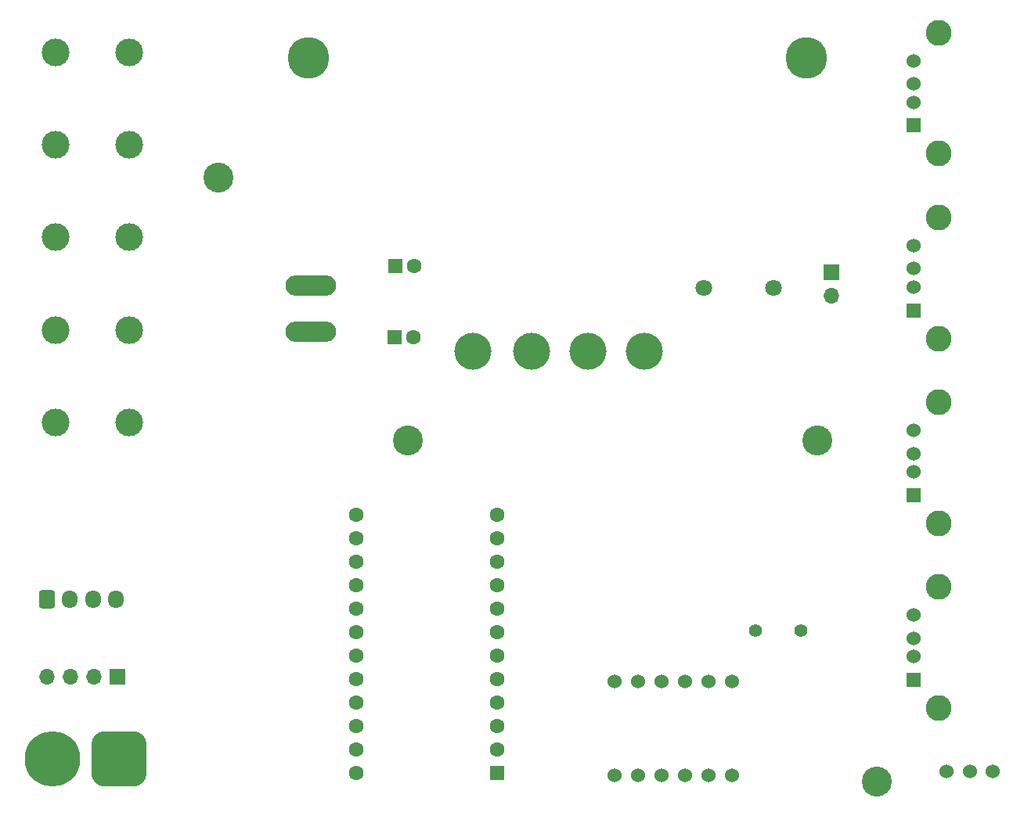
<source format=gbr>
%TF.GenerationSoftware,KiCad,Pcbnew,6.0.9-8da3e8f707~117~ubuntu20.04.1*%
%TF.CreationDate,2023-02-11T13:52:53-08:00*%
%TF.ProjectId,PDB,5044422e-6b69-4636-9164-5f7063625858,rev?*%
%TF.SameCoordinates,Original*%
%TF.FileFunction,Soldermask,Bot*%
%TF.FilePolarity,Negative*%
%FSLAX46Y46*%
G04 Gerber Fmt 4.6, Leading zero omitted, Abs format (unit mm)*
G04 Created by KiCad (PCBNEW 6.0.9-8da3e8f707~117~ubuntu20.04.1) date 2023-02-11 13:52:53*
%MOMM*%
%LPD*%
G01*
G04 APERTURE LIST*
G04 Aperture macros list*
%AMRoundRect*
0 Rectangle with rounded corners*
0 $1 Rounding radius*
0 $2 $3 $4 $5 $6 $7 $8 $9 X,Y pos of 4 corners*
0 Add a 4 corners polygon primitive as box body*
4,1,4,$2,$3,$4,$5,$6,$7,$8,$9,$2,$3,0*
0 Add four circle primitives for the rounded corners*
1,1,$1+$1,$2,$3*
1,1,$1+$1,$4,$5*
1,1,$1+$1,$6,$7*
1,1,$1+$1,$8,$9*
0 Add four rect primitives between the rounded corners*
20,1,$1+$1,$2,$3,$4,$5,0*
20,1,$1+$1,$4,$5,$6,$7,0*
20,1,$1+$1,$6,$7,$8,$9,0*
20,1,$1+$1,$8,$9,$2,$3,0*%
G04 Aperture macros list end*
%ADD10R,1.600000X1.600000*%
%ADD11C,1.600000*%
%ADD12R,1.700000X1.700000*%
%ADD13O,1.700000X1.700000*%
%ADD14R,1.524000X1.524000*%
%ADD15C,1.524000*%
%ADD16C,2.800000*%
%ADD17RoundRect,0.250000X-0.600000X-0.725000X0.600000X-0.725000X0.600000X0.725000X-0.600000X0.725000X0*%
%ADD18O,1.700000X1.950000*%
%ADD19C,1.800000*%
%ADD20C,1.400000*%
%ADD21C,3.000000*%
%ADD22C,3.240000*%
%ADD23C,4.495800*%
%ADD24C,4.000000*%
%ADD25O,5.500000X2.200000*%
%ADD26RoundRect,1.500000X1.500000X1.500000X-1.500000X1.500000X-1.500000X-1.500000X1.500000X-1.500000X0*%
%ADD27C,6.000000*%
G04 APERTURE END LIST*
D10*
%TO.C,C2*%
X100695688Y-53898800D03*
D11*
X102695688Y-53898800D03*
%TD*%
D12*
%TO.C,J1*%
X147955000Y-46883400D03*
D13*
X147955000Y-49423400D03*
%TD*%
D14*
%TO.C,USB2*%
X156845000Y-50998000D03*
D15*
X156845000Y-48498000D03*
X156845000Y-46498000D03*
X156845000Y-43998000D03*
D16*
X159555000Y-40948000D03*
X159555000Y-54048000D03*
%TD*%
D17*
%TO.C,Jst1*%
X63093600Y-82270600D03*
D18*
X65593600Y-82270600D03*
X68093600Y-82270600D03*
X70593600Y-82270600D03*
%TD*%
D15*
%TO.C,D3*%
X124460000Y-101346000D03*
X127000000Y-101346000D03*
X129540000Y-101346000D03*
X132080000Y-101346000D03*
X134620000Y-101346000D03*
X137160000Y-101346000D03*
X137160000Y-91186000D03*
X134620000Y-91186000D03*
X132080000Y-91186000D03*
X129540000Y-91186000D03*
X127000000Y-91186000D03*
X124460000Y-91186000D03*
%TD*%
D19*
%TO.C,B1*%
X134172000Y-48614000D03*
X141672000Y-48614000D03*
%TD*%
D20*
%TO.C,Y1*%
X144613800Y-85623400D03*
X139713800Y-85623400D03*
%TD*%
D14*
%TO.C,USB3*%
X156845000Y-70998000D03*
D15*
X156845000Y-68498000D03*
X156845000Y-66498000D03*
X156845000Y-63998000D03*
D16*
X159555000Y-60948000D03*
X159555000Y-74048000D03*
%TD*%
D21*
%TO.C,A2*%
X72000000Y-33113400D03*
X64000000Y-33113400D03*
%TD*%
D10*
%TO.C,Pro1*%
X111760000Y-101092000D03*
D11*
X111760000Y-98552000D03*
X111760000Y-96012000D03*
X111760000Y-93472000D03*
X111760000Y-90932000D03*
X111760000Y-88392000D03*
X111760000Y-85852000D03*
X111760000Y-83312000D03*
X111760000Y-80772000D03*
X111760000Y-78232000D03*
X111760000Y-75692000D03*
X111760000Y-73152000D03*
X96520000Y-73152000D03*
X96520000Y-75692000D03*
X96520000Y-78232000D03*
X96520000Y-80772000D03*
X96520000Y-83312000D03*
X96520000Y-85852000D03*
X96520000Y-88392000D03*
X96520000Y-90932000D03*
X96520000Y-93472000D03*
X96520000Y-96012000D03*
X96520000Y-98552000D03*
X96520000Y-101092000D03*
%TD*%
D21*
%TO.C,A4*%
X72000000Y-53113400D03*
X64000000Y-53113400D03*
%TD*%
D14*
%TO.C,USB1*%
X156845000Y-30998000D03*
D15*
X156845000Y-28498000D03*
X156845000Y-26498000D03*
X156845000Y-23998000D03*
D16*
X159555000Y-20948000D03*
X159555000Y-34048000D03*
%TD*%
D10*
%TO.C,C1*%
X100797288Y-46228000D03*
D11*
X102797288Y-46228000D03*
%TD*%
D22*
%TO.C,REF\u002A\u002A*%
X102108000Y-65125600D03*
%TD*%
D21*
%TO.C,A5*%
X72000000Y-63113400D03*
X64000000Y-63113400D03*
%TD*%
D15*
%TO.C,SW2*%
X160415600Y-100863400D03*
X162915600Y-100863400D03*
X165415600Y-100863400D03*
%TD*%
D21*
%TO.C,A3*%
X72000000Y-43113400D03*
X64000000Y-43113400D03*
%TD*%
D23*
%TO.C,Converter1*%
X145211800Y-23672800D03*
X91363800Y-23672800D03*
D24*
X127685800Y-55422800D03*
X121589800Y-55422800D03*
X115493800Y-55422800D03*
X109143800Y-55422800D03*
%TD*%
D21*
%TO.C,A1*%
X72000000Y-23113400D03*
X64000000Y-23113400D03*
%TD*%
D25*
%TO.C,Sw1*%
X91617800Y-53340000D03*
X91617800Y-48340000D03*
%TD*%
D26*
%TO.C,Batt1*%
X70866000Y-99568000D03*
D27*
X63666000Y-99568000D03*
%TD*%
D22*
%TO.C,REF\u002A\u002A*%
X81635600Y-36677600D03*
%TD*%
%TO.C,REF\u002A\u002A*%
X152883400Y-102006400D03*
%TD*%
%TO.C,REF\u002A\u002A*%
X146456400Y-65125600D03*
%TD*%
D12*
%TO.C,J2*%
X70713600Y-90627200D03*
D13*
X68173600Y-90627200D03*
X65633600Y-90627200D03*
X63093600Y-90627200D03*
%TD*%
D14*
%TO.C,DATA1*%
X156845000Y-90998000D03*
D15*
X156845000Y-88498000D03*
X156845000Y-86498000D03*
X156845000Y-83998000D03*
D16*
X159555000Y-80948000D03*
X159555000Y-94048000D03*
%TD*%
M02*

</source>
